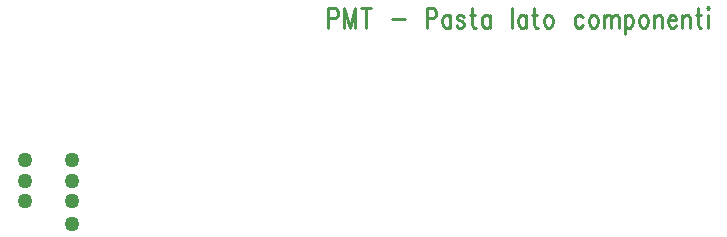
<source format=gbr>
*
*
G04 PADS VX.0 Build Number: 635560 generated Gerber (RS-274-X) file*
G04 PC Version=2.1*
*
%IN "FTC_con_001.pcb"*%
*
%MOIN*%
*
%FSLAX35Y35*%
*
*
*
*
G04 PC Standard Apertures*
*
*
G04 Thermal Relief Aperture macro.*
%AMTER*
1,1,$1,0,0*
1,0,$1-$2,0,0*
21,0,$3,$4,0,0,45*
21,0,$3,$4,0,0,135*
%
*
*
G04 Annular Aperture macro.*
%AMANN*
1,1,$1,0,0*
1,0,$2,0,0*
%
*
*
G04 Odd Aperture macro.*
%AMODD*
1,1,$1,0,0*
1,0,$1-0.005,0,0*
%
*
*
G04 PC Custom Aperture Macros*
*
*
*
*
*
*
G04 PC Aperture Table*
*
%ADD010C,0.01*%
%ADD040C,0.001*%
%ADD047C,0.05*%
*
*
*
*
G04 PC Circuitry*
G04 Layer Name FTC_con_001.pcb - circuitry*
%LPD*%
*
*
G04 PC Custom Flashes*
G04 Layer Name FTC_con_001.pcb - flashes*
%LPD*%
*
*
G04 PC Circuitry*
G04 Layer Name FTC_con_001.pcb - circuitry*
%LPD*%
*
G54D10*
G01X486220Y455775D02*
Y449213D01*
Y455775D02*
X488266D01*
X488948Y455463*
X489175Y455150*
X489402Y454525*
Y453588*
X489175Y452963*
X488948Y452650*
X488266Y452338*
X486220*
X491448Y455775D02*
Y449213D01*
Y455775D02*
X493266Y449213D01*
X495084Y455775D02*
X493266Y449213D01*
X495084Y455775D02*
Y449213D01*
X498720Y455775D02*
Y449213D01*
X497130Y455775D02*
X500311D01*
X507584Y452025D02*
X511675D01*
X518948Y455775D02*
Y449213D01*
Y455775D02*
X520993D01*
X521675Y455463*
X521902Y455150*
X522130Y454525*
Y453588*
X521902Y452963*
X521675Y452650*
X520993Y452338*
X518948*
X526902Y453588D02*
Y449213D01*
Y452650D02*
X526448Y453275D01*
X525993Y453588*
X525311*
X524857Y453275*
X524402Y452650*
X524175Y451713*
Y451088*
X524402Y450150*
X524857Y449525*
X525311Y449213*
X525993*
X526448Y449525*
X526902Y450150*
X531448Y452650D02*
X531220Y453275D01*
X530539Y453588*
X529857*
X529175Y453275*
X528948Y452650*
X529175Y452025*
X529630Y451713*
X530766Y451400*
X531220Y451088*
X531448Y450463*
Y450150*
X531220Y449525*
X530539Y449213*
X529857*
X529175Y449525*
X528948Y450150*
X534175Y455775D02*
Y450463D01*
X534402Y449525*
X534857Y449213*
X535311*
X533493Y453588D02*
X535084D01*
X540084D02*
Y449213D01*
Y452650D02*
X539630Y453275D01*
X539175Y453588*
X538493*
X538039Y453275*
X537584Y452650*
X537357Y451713*
Y451088*
X537584Y450150*
X538039Y449525*
X538493Y449213*
X539175*
X539630Y449525*
X540084Y450150*
X547357Y455775D02*
Y449213D01*
X552130Y453588D02*
Y449213D01*
Y452650D02*
X551675Y453275D01*
X551220Y453588*
X550539*
X550084Y453275*
X549630Y452650*
X549402Y451713*
Y451088*
X549630Y450150*
X550084Y449525*
X550539Y449213*
X551220*
X551675Y449525*
X552130Y450150*
X554857Y455775D02*
Y450463D01*
X555084Y449525*
X555539Y449213*
X555993*
X554175Y453588D02*
X555766D01*
X559175D02*
X558720Y453275D01*
X558266Y452650*
X558039Y451713*
Y451088*
X558266Y450150*
X558720Y449525*
X559175Y449213*
X559857*
X560311Y449525*
X560766Y450150*
X560993Y451088*
Y451713*
X560766Y452650*
X560311Y453275*
X559857Y453588*
X559175*
X570993Y452650D02*
X570539Y453275D01*
X570084Y453588*
X569402*
X568948Y453275*
X568493Y452650*
X568266Y451713*
Y451088*
X568493Y450150*
X568948Y449525*
X569402Y449213*
X570084*
X570539Y449525*
X570993Y450150*
X574175Y453588D02*
X573720Y453275D01*
X573266Y452650*
X573039Y451713*
Y451088*
X573266Y450150*
X573720Y449525*
X574175Y449213*
X574857*
X575311Y449525*
X575766Y450150*
X575993Y451088*
Y451713*
X575766Y452650*
X575311Y453275*
X574857Y453588*
X574175*
X578039D02*
Y449213D01*
Y452338D02*
X578720Y453275D01*
X579175Y453588*
X579857*
X580311Y453275*
X580539Y452338*
Y449213*
Y452338D02*
X581220Y453275D01*
X581675Y453588*
X582357*
X582811Y453275*
X583039Y452338*
Y449213*
X585084Y453588D02*
Y447025D01*
Y452650D02*
X585539Y453275D01*
X585993Y453588*
X586675*
X587130Y453275*
X587584Y452650*
X587811Y451713*
Y451088*
X587584Y450150*
X587130Y449525*
X586675Y449213*
X585993*
X585539Y449525*
X585084Y450150*
X590993Y453588D02*
X590539Y453275D01*
X590084Y452650*
X589857Y451713*
Y451088*
X590084Y450150*
X590539Y449525*
X590993Y449213*
X591675*
X592130Y449525*
X592584Y450150*
X592811Y451088*
Y451713*
X592584Y452650*
X592130Y453275*
X591675Y453588*
X590993*
X594857D02*
Y449213D01*
Y452338D02*
X595539Y453275D01*
X595993Y453588*
X596675*
X597130Y453275*
X597357Y452338*
Y449213*
X599402Y451713D02*
X602130D01*
Y452338*
X601902Y452963*
X601675Y453275*
X601220Y453588*
X600539*
X600084Y453275*
X599630Y452650*
X599402Y451713*
Y451088*
X599630Y450150*
X600084Y449525*
X600539Y449213*
X601220*
X601675Y449525*
X602130Y450150*
X604175Y453588D02*
Y449213D01*
Y452338D02*
X604857Y453275D01*
X605311Y453588*
X605993*
X606448Y453275*
X606675Y452338*
Y449213*
X609402Y455775D02*
Y450463D01*
X609630Y449525*
X610084Y449213*
X610539*
X608720Y453588D02*
X610311D01*
X612584Y455775D02*
X612811Y455463D01*
X613039Y455775*
X612811Y456088*
X612584Y455775*
X612811Y453588D02*
Y449213D01*
G54D40*
G54D47*
X385039Y391339D03*
Y398228D03*
Y405239D03*
X400787Y391339D03*
Y398228D03*
Y405118D03*
Y383858D03*
X0Y0D02*
M02*

</source>
